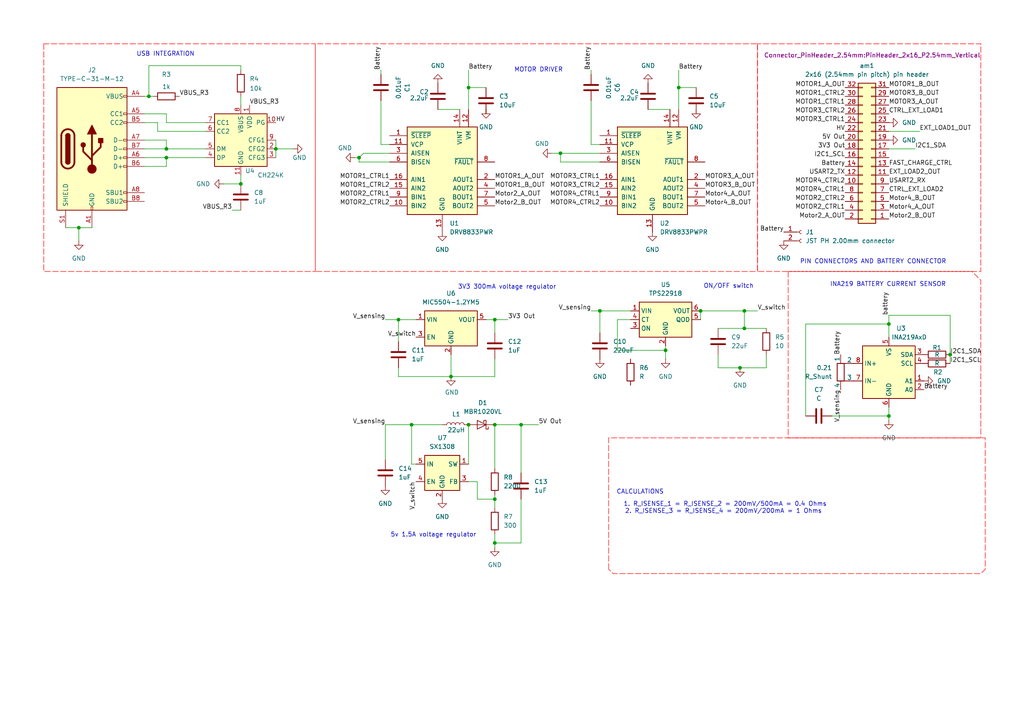
<source format=kicad_sch>
(kicad_sch (version 20250114) (generator "eeschema") (generator_version "9.0")
  (paper "A4")
  (title_block (title "MM Power PCB") (date "2025-03-23") (rev "v0") (comment 3 "Student Numbers: TRKJON002 & MTMTAD006") (comment 4 "Authors: Jonathan Tirkaso & Tadala Mitumbili "))
  (lib_symbols
    (symbol "Connector:Conn_01x02_Socket" (pin_names (offset 1.016) (hide yes))
      (property "Reference" "J" (at 0 2.54 0))
      (property "Value" "Conn_01x02_Socket" (at 0 -5.08 0))
      (symbol "Conn_01x02_Socket_1_1"
        (polyline (pts (xy -1.27 0) (xy -0.508 0)) (stroke (width 0.1524)))
        (polyline (pts (xy -1.27 -2.54) (xy -0.508 -2.54)) (stroke (width 0.1524)))
        (arc (start 0 -0.508) (mid -0.5058 0) (end 0 0.508) (stroke (width 0.1524)))
        (arc (start 0 -3.048) (mid -0.5058 -2.54) (end 0 -2.032) (stroke (width 0.1524)))
        (pin passive line (at -5.08 0 0) (length 3.81) (name "Pin_1") (number "1"))
        (pin passive line (at -5.08 -2.54 0) (length 3.81) (name "Pin_2") (number "2"))
      )
    )
    (symbol "Connector:USB_C_Receptacle_USB2.0_16P" (pin_names (offset 1.016))
      (property "Reference" "J" (at 0 22.225 0))
      (property "Value" "USB_C_Receptacle_USB2.0_16P" (at 0 19.685 0))
      (symbol "USB_C_Receptacle_USB2.0_16P_0_0"
        (rectangle (start -0.254 -17.78) (end 0.254 -16.764))
        (rectangle (start 10.16 15.494) (end 9.144 14.986))
        (rectangle (start 10.16 10.414) (end 9.144 9.906))
        (rectangle (start 10.16 7.874) (end 9.144 7.366))
        (rectangle (start 10.16 2.794) (end 9.144 2.286))
        (rectangle (start 10.16 0.254) (end 9.144 -0.254))
        (rectangle (start 10.16 -2.286) (end 9.144 -2.794))
        (rectangle (start 10.16 -4.826) (end 9.144 -5.334))
        (rectangle (start 10.16 -12.446) (end 9.144 -12.954))
        (rectangle (start 10.16 -14.986) (end 9.144 -15.494))
      )
      (symbol "USB_C_Receptacle_USB2.0_16P_0_1"
        (rectangle (start -10.16 17.78) (end 10.16 -17.78) (stroke (width 0.254)) (fill (type background)))
        (polyline (pts (xy -8.89 -3.81) (xy -8.89 3.81)) (stroke (width 0.508)))
        (rectangle (start -7.62 -3.81) (end -6.35 3.81) (stroke (width 0.254)) (fill (type outline)))
        (arc (start -7.62 3.81) (mid -6.985 4.4423) (end -6.35 3.81) (stroke (width 0.254)))
        (arc (start -7.62 3.81) (mid -6.985 4.4423) (end -6.35 3.81) (stroke (width 0.254)) (fill (type outline)))
        (arc (start -8.89 3.81) (mid -6.985 5.7067) (end -5.08 3.81) (stroke (width 0.508)))
        (arc (start -5.08 -3.81) (mid -6.985 -5.7067) (end -8.89 -3.81) (stroke (width 0.508)))
        (arc (start -6.35 -3.81) (mid -6.985 -4.4423) (end -7.62 -3.81) (stroke (width 0.254)))
        (arc (start -6.35 -3.81) (mid -6.985 -4.4423) (end -7.62 -3.81) (stroke (width 0.254)) (fill (type outline)))
        (polyline (pts (xy -5.08 3.81) (xy -5.08 -3.81)) (stroke (width 0.508)))
        (circle (center -2.54 1.143) (radius 0.635) (stroke (width 0.254)) (fill (type outline)))
        (polyline (pts (xy -1.27 4.318) (xy 0 6.858) (xy 1.27 4.318) (xy -1.27 4.318)) (stroke (width 0.254)) (fill (type outline)))
        (polyline (pts (xy 0 -2.032) (xy 2.54 0.508) (xy 2.54 1.778)) (stroke (width 0.508)))
        (polyline (pts (xy 0 -3.302) (xy -2.54 -0.762) (xy -2.54 0.508)) (stroke (width 0.508)))
        (polyline (pts (xy 0 -5.842) (xy 0 4.318)) (stroke (width 0.508)))
        (circle (center 0 -5.842) (radius 1.27) (fill (type outline)))
        (rectangle (start 1.905 1.778) (end 3.175 3.048) (stroke (width 0.254)) (fill (type outline)))
      )
      (symbol "USB_C_Receptacle_USB2.0_16P_1_1"
        (pin passive line (at -7.62 -22.86 90) (length 5.08) (name "SHIELD") (number "S1"))
        (pin passive line (at 0 -22.86 90) (length 5.08) (name "GND") (number "A1"))
        (pin passive line (at 0 -22.86 90) (length 5.08) (hide yes) (name "GND") (number "A12"))
        (pin passive line (at 0 -22.86 90) (length 5.08) (hide yes) (name "GND") (number "B1"))
        (pin passive line (at 0 -22.86 90) (length 5.08) (hide yes) (name "GND") (number "B12"))
        (pin passive line (at 15.24 15.24 180) (length 5.08) (name "VBUS") (number "A4"))
        (pin passive line (at 15.24 15.24 180) (length 5.08) (hide yes) (name "VBUS") (number "A9"))
        (pin passive line (at 15.24 15.24 180) (length 5.08) (hide yes) (name "VBUS") (number "B4"))
        (pin passive line (at 15.24 15.24 180) (length 5.08) (hide yes) (name "VBUS") (number "B9"))
        (pin bidirectional line (at 15.24 10.16 180) (length 5.08) (name "CC1") (number "A5"))
        (pin bidirectional line (at 15.24 7.62 180) (length 5.08) (name "CC2") (number "B5"))
        (pin bidirectional line (at 15.24 2.54 180) (length 5.08) (name "D-") (number "A7"))
        (pin bidirectional line (at 15.24 0 180) (length 5.08) (name "D-") (number "B7"))
        (pin bidirectional line (at 15.24 -2.54 180) (length 5.08) (name "D+") (number "A6"))
        (pin bidirectional line (at 15.24 -5.08 180) (length 5.08) (name "D+") (number "B6"))
        (pin bidirectional line (at 15.24 -12.7 180) (length 5.08) (name "SBU1") (number "A8"))
        (pin bidirectional line (at 15.24 -15.24 180) (length 5.08) (name "SBU2") (number "B8"))
      )
    )
    (symbol "Connector_Generic:Conn_02x16_Odd_Even" (pin_names (offset 1.016) (hide yes))
      (property "Reference" "J" (at 1.27 20.32 0))
      (property "Value" "Conn_02x16_Odd_Even" (at 1.27 -22.86 0))
      (symbol "Conn_02x16_Odd_Even_1_1"
        (rectangle (start -1.27 19.05) (end 3.81 -21.59) (stroke (width 0.254)) (fill (type background)))
        (rectangle (start -1.27 17.907) (end 0 17.653) (stroke (width 0.1524)))
        (rectangle (start -1.27 15.367) (end 0 15.113) (stroke (width 0.1524)))
        (rectangle (start -1.27 12.827) (end 0 12.573) (stroke (width 0.1524)))
        (rectangle (start -1.27 10.287) (end 0 10.033) (stroke (width 0.1524)))
        (rectangle (start -1.27 7.747) (end 0 7.493) (stroke (width 0.1524)))
        (rectangle (start -1.27 5.207) (end 0 4.953) (stroke (width 0.1524)))
        (rectangle (start -1.27 2.667) (end 0 2.413) (stroke (width 0.1524)))
        (rectangle (start -1.27 0.127) (end 0 -0.127) (stroke (width 0.1524)))
        (rectangle (start -1.27 -2.413) (end 0 -2.667) (stroke (width 0.1524)))
        (rectangle (start -1.27 -4.953) (end 0 -5.207) (stroke (width 0.1524)))
        (rectangle (start -1.27 -7.493) (end 0 -7.747) (stroke (width 0.1524)))
        (rectangle (start -1.27 -10.033) (end 0 -10.287) (stroke (width 0.1524)))
        (rectangle (start -1.27 -12.573) (end 0 -12.827) (stroke (width 0.1524)))
        (rectangle (start -1.27 -15.113) (end 0 -15.367) (stroke (width 0.1524)))
        (rectangle (start -1.27 -17.653) (end 0 -17.907) (stroke (width 0.1524)))
        (rectangle (start -1.27 -20.193) (end 0 -20.447) (stroke (width 0.1524)))
        (rectangle (start 3.81 17.907) (end 2.54 17.653) (stroke (width 0.1524)))
        (rectangle (start 3.81 15.367) (end 2.54 15.113) (stroke (width 0.1524)))
        (rectangle (start 3.81 12.827) (end 2.54 12.573) (stroke (width 0.1524)))
        (rectangle (start 3.81 10.287) (end 2.54 10.033) (stroke (width 0.1524)))
        (rectangle (start 3.81 7.747) (end 2.54 7.493) (stroke (width 0.1524)))
        (rectangle (start 3.81 5.207) (end 2.54 4.953) (stroke (width 0.1524)))
        (rectangle (start 3.81 2.667) (end 2.54 2.413) (stroke (width 0.1524)))
        (rectangle (start 3.81 0.127) (end 2.54 -0.127) (stroke (width 0.1524)))
        (rectangle (start 3.81 -2.413) (end 2.54 -2.667) (stroke (width 0.1524)))
        (rectangle (start 3.81 -4.953) (end 2.54 -5.207) (stroke (width 0.1524)))
        (rectangle (start 3.81 -7.493) (end 2.54 -7.747) (stroke (width 0.1524)))
        (rectangle (start 3.81 -10.033) (end 2.54 -10.287) (stroke (width 0.1524)))
        (rectangle (start 3.81 -12.573) (end 2.54 -12.827) (stroke (width 0.1524)))
        (rectangle (start 3.81 -15.113) (end 2.54 -15.367) (stroke (width 0.1524)))
        (rectangle (start 3.81 -17.653) (end 2.54 -17.907) (stroke (width 0.1524)))
        (rectangle (start 3.81 -20.193) (end 2.54 -20.447) (stroke (width 0.1524)))
        (pin passive line (at -5.08 17.78 0) (length 3.81) (name "Pin_1") (number "1"))
        (pin passive line (at -5.08 15.24 0) (length 3.81) (name "Pin_3") (number "3"))
        (pin passive line (at -5.08 12.7 0) (length 3.81) (name "Pin_5") (number "5"))
        (pin passive line (at -5.08 10.16 0) (length 3.81) (name "Pin_7") (number "7"))
        (pin passive line (at -5.08 7.62 0) (length 3.81) (name "Pin_9") (number "9"))
        (pin passive line (at -5.08 5.08 0) (length 3.81) (name "Pin_11") (number "11"))
        (pin passive line (at -5.08 2.54 0) (length 3.81) (name "Pin_13") (number "13"))
        (pin passive line (at -5.08 0 0) (length 3.81) (name "Pin_15") (number "15"))
        (pin passive line (at -5.08 -2.54 0) (length 3.81) (name "Pin_17") (number "17"))
        (pin passive line (at -5.08 -5.08 0) (length 3.81) (name "Pin_19") (number "19"))
        (pin passive line (at -5.08 -7.62 0) (length 3.81) (name "Pin_21") (number "21"))
        (pin passive line (at -5.08 -10.16 0) (length 3.81) (name "Pin_23") (number "23"))
        (pin passive line (at -5.08 -12.7 0) (length 3.81) (name "Pin_25") (number "25"))
        (pin passive line (at -5.08 -15.24 0) (length 3.81) (name "Pin_27") (number "27"))
        (pin passive line (at -5.08 -17.78 0) (length 3.81) (name "Pin_29") (number "29"))
        (pin passive line (at -5.08 -20.32 0) (length 3.81) (name "Pin_31") (number "31"))
        (pin passive line (at 7.62 17.78 180) (length 3.81) (name "Pin_2") (number "2"))
        (pin passive line (at 7.62 15.24 180) (length 3.81) (name "Pin_4") (number "4"))
        (pin passive line (at 7.62 12.7 180) (length 3.81) (name "Pin_6") (number "6"))
        (pin passive line (at 7.62 10.16 180) (length 3.81) (name "Pin_8") (number "8"))
        (pin passive line (at 7.62 7.62 180) (length 3.81) (name "Pin_10") (number "10"))
        (pin passive line (at 7.62 5.08 180) (length 3.81) (name "Pin_12") (number "12"))
        (pin passive line (at 7.62 2.54 180) (length 3.81) (name "Pin_14") (number "14"))
        (pin passive line (at 7.62 0 180) (length 3.81) (name "Pin_16") (number "16"))
        (pin passive line (at 7.62 -2.54 180) (length 3.81) (name "Pin_18") (number "18"))
        (pin passive line (at 7.62 -5.08 180) (length 3.81) (name "Pin_20") (number "20"))
        (pin passive line (at 7.62 -7.62 180) (length 3.81) (name "Pin_22") (number "22"))
        (pin passive line (at 7.62 -10.16 180) (length 3.81) (name "Pin_24") (number "24"))
        (pin passive line (at 7.62 -12.7 180) (length 3.81) (name "Pin_26") (number "26"))
        (pin passive line (at 7.62 -15.24 180) (length 3.81) (name "Pin_28") (number "28"))
        (pin passive line (at 7.62 -17.78 180) (length 3.81) (name "Pin_30") (number "30"))
        (pin passive line (at 7.62 -20.32 180) (length 3.81) (name "Pin_32") (number "32"))
      )
    )
    (symbol "Device:C" (pin_numbers (hide yes)) (pin_names (offset 0.254))
      (property "Reference" "C" (at 0.635 2.54 0))
      (property "Value" "C" (at 0.635 -2.54 0))
      (symbol "C_0_1"
        (polyline (pts (xy -2.032 0.762) (xy 2.032 0.762)) (stroke (width 0.508)))
        (polyline (pts (xy -2.032 -0.762) (xy 2.032 -0.762)) (stroke (width 0.508)))
      )
      (symbol "C_1_1"
        (pin passive line (at 0 3.81 270) (length 2.794) (name "~") (number "1"))
        (pin passive line (at 0 -3.81 90) (length 2.794) (name "~") (number "2"))
      )
    )
    (symbol "Device:L" (pin_numbers (hide yes)) (pin_names (offset 1.016) (hide yes))
      (property "Reference" "L" (at -1.27 0 90))
      (property "Value" "L" (at 1.905 0 90))
      (symbol "L_0_1"
        (arc (start 0 2.54) (mid 0.6323 1.905) (end 0 1.27))
        (arc (start 0 1.27) (mid 0.6323 0.635) (end 0 0))
        (arc (start 0 0) (mid 0.6323 -0.635) (end 0 -1.27))
        (arc (start 0 -1.27) (mid 0.6323 -1.905) (end 0 -2.54))
      )
      (symbol "L_1_1"
        (pin passive line (at 0 3.81 270) (length 1.27) (name "1") (number "1"))
        (pin passive line (at 0 -3.81 90) (length 1.27) (name "2") (number "2"))
      )
    )
    (symbol "Device:R" (pin_numbers (hide yes)) (pin_names (offset 0))
      (property "Reference" "R" (at 2.032 0 90))
      (property "Value" "R" (at 0 0 90))
      (symbol "R_0_1"
        (rectangle (start -1.016 -2.54) (end 1.016 2.54) (stroke (width 0.254)))
      )
      (symbol "R_1_1"
        (pin passive line (at 0 3.81 270) (length 1.27) (name "~") (number "1"))
        (pin passive line (at 0 -3.81 90) (length 1.27) (name "~") (number "2"))
      )
    )
    (symbol "Device:R_Shunt" (pin_numbers (hide yes)) (pin_names (offset 0))
      (property "Reference" "R" (at -4.445 0 90))
      (property "Value" "R_Shunt" (at -2.54 0 90))
      (symbol "R_Shunt_0_1"
        (rectangle (start -1.016 -2.54) (end 1.016 2.54) (stroke (width 0.254)))
        (polyline (pts (xy 0 -2.54) (xy 1.27 -2.54)))
        (polyline (pts (xy 1.27 2.54) (xy 0 2.54)))
      )
      (symbol "R_Shunt_1_1"
        (pin passive line (at 0 5.08 270) (length 2.54) (name "1") (number "1"))
        (pin passive line (at 0 -5.08 90) (length 2.54) (name "4") (number "4"))
        (pin passive line (at 3.81 2.54 180) (length 2.54) (name "2") (number "2"))
        (pin passive line (at 3.81 -2.54 180) (length 2.54) (name "3") (number "3"))
      )
    )
    (symbol "Diode:MBR1020VL" (pin_numbers (hide yes)) (pin_names (hide yes))
      (property "Reference" "D" (at 0 2.54 0))
      (property "Value" "MBR1020VL" (at 0 -2.54 0))
      (symbol "MBR1020VL_0_1"
        (polyline (pts (xy -1.905 0.635) (xy -1.905 1.27) (xy -1.27 1.27) (xy -1.27 -1.27) (xy -0.635 -1.27) (xy -0.635 -0.635)) (stroke (width 0.2032)))
        (polyline (pts (xy 1.27 1.27) (xy 1.27 -1.27) (xy -1.27 0) (xy 1.27 1.27)) (stroke (width 0.2032)))
        (polyline (pts (xy 1.27 0) (xy -1.27 0)))
      )
      (symbol "MBR1020VL_1_1"
        (pin passive line (at -3.81 0 0) (length 2.54) (name "K") (number "1"))
        (pin passive line (at 3.81 0 180) (length 2.54) (name "A") (number "2"))
      )
    )
    (symbol "Driver_Motor:DRV8833PWP" (pin_names (offset 1.016))
      (property "Reference" "U" (at -3.81 16.51 0))
      (property "Value" "DRV8833PWP" (at -3.81 13.97 0))
      (symbol "DRV8833PWP_0_1"
        (rectangle (start -10.16 12.7) (end 10.16 -12.7) (stroke (width 0.254)) (fill (type background)))
      )
      (symbol "DRV8833PWP_1_1"
        (pin input line (at -15.24 10.16 0) (length 5.08) (name "~{SLEEP}") (number "1"))
        (pin bidirectional line (at -15.24 7.62 0) (length 5.08) (name "VCP") (number "11"))
        (pin bidirectional line (at -15.24 5.08 0) (length 5.08) (name "AISEN") (number "3"))
        (pin bidirectional line (at -15.24 2.54 0) (length 5.08) (name "BISEN") (number "6"))
        (pin input line (at -15.24 -2.54 0) (length 5.08) (name "AIN1") (number "16"))
        (pin input line (at -15.24 -5.08 0) (length 5.08) (name "AIN2") (number "15"))
        (pin input line (at -15.24 -7.62 0) (length 5.08) (name "BIN1") (number "9"))
        (pin input line (at -15.24 -10.16 0) (length 5.08) (name "BIN2") (number "10"))
        (pin power_in line (at 0 -17.78 90) (length 5.08) (name "GND") (number "13"))
        (pin passive line (at 0 -17.78 90) (length 5.08) (hide yes) (name "GND") (number "17"))
        (pin power_in line (at 5.08 17.78 270) (length 5.08) (name "VINT") (number "14"))
        (pin power_in line (at 7.62 17.78 270) (length 5.08) (name "VM") (number "12"))
        (pin open_collector line (at 15.24 2.54 180) (length 5.08) (name "~{FAULT}") (number "8"))
        (pin power_out line (at 15.24 -2.54 180) (length 5.08) (name "AOUT1") (number "2"))
        (pin power_out line (at 15.24 -5.08 180) (length 5.08) (name "AOUT2") (number "4"))
        (pin power_out line (at 15.24 -7.62 180) (length 5.08) (name "BOUT1") (number "7"))
        (pin power_out line (at 15.24 -10.16 180) (length 5.08) (name "BOUT2") (number "5"))
      )
    )
    (symbol "Interface_USB:CH224K"
      (property "Reference" "U" (at -7.874 -8.89 0))
      (property "Value" "CH224K" (at 3.048 -8.89 0))
      (symbol "CH224K_1_1"
        (rectangle (start -7.62 7.62) (end 7.62 -7.62) (stroke (width 0.254)) (fill (type background)))
        (pin bidirectional line (at -10.16 5.08 0) (length 2.54) (name "CC1") (number "7"))
        (pin bidirectional line (at -10.16 2.54 0) (length 2.54) (name "CC2") (number "6"))
        (pin bidirectional line (at -10.16 -2.54 0) (length 2.54) (name "DM") (number "5"))
        (pin bidirectional line (at -10.16 -5.08 0) (length 2.54) (name "DP") (number "4"))
        (pin passive line (at 0 10.16 270) (length 2.54) (name "VBUS") (number "8"))
        (pin power_in line (at 0 -10.16 90) (length 2.54) (name "GND") (number "11"))
        (pin power_in line (at 2.54 10.16 270) (length 2.54) (name "VDD") (number "1"))
        (pin open_collector line (at 10.16 5.08 180) (length 2.54) (name "PG") (number "10"))
        (pin passive line (at 10.16 0 180) (length 2.54) (name "CFG1") (number "9"))
        (pin passive line (at 10.16 -2.54 180) (length 2.54) (name "CFG2") (number "2"))
        (pin passive line (at 10.16 -5.08 180) (length 2.54) (name "CFG3") (number "3"))
      )
    )
    (symbol "Power_Management:TPS22917DBV"
      (property "Reference" "U" (at -6.35 6.35 0))
      (property "Value" "TPS22917DBV" (at 2.54 6.35 0))
      (symbol "TPS22917DBV_0_1"
        (rectangle (start -7.62 5.08) (end 7.62 -5.08) (stroke (width 0.254)) (fill (type background)))
      )
      (symbol "TPS22917DBV_1_1"
        (pin power_in line (at -10.16 2.54 0) (length 2.54) (name "VIN") (number "1"))
        (pin output line (at -10.16 0 0) (length 2.54) (name "CT") (number "4"))
        (pin input line (at -10.16 -2.54 0) (length 2.54) (name "ON") (number "3"))
        (pin power_in line (at 0 -7.62 90) (length 2.54) (name "GND") (number "2"))
        (pin power_out line (at 10.16 2.54 180) (length 2.54) (name "VOUT") (number "6"))
        (pin open_collector line (at 10.16 0 180) (length 2.54) (name "QOD") (number "5"))
      )
    )
    (symbol "Regulator_Linear:MIC5504-1.2YM5"
      (property "Reference" "U" (at -7.62 8.89 0))
      (property "Value" "MIC5504-1.2YM5" (at -7.62 6.35 0))
      (symbol "MIC5504-1.2YM5_0_1"
        (rectangle (start -7.62 -5.08) (end 7.62 5.08) (stroke (width 0.254)) (fill (type background)))
      )
      (symbol "MIC5504-1.2YM5_1_1"
        (pin power_in line (at -10.16 2.54 0) (length 2.54) (name "VIN") (number "1"))
        (pin input line (at -10.16 -2.54 0) (length 2.54) (name "EN") (number "3"))
        (pin power_in line (at 0 -7.62 90) (length 2.54) (name "GND") (number "2"))
        (pin no_connect line (at 7.62 -2.54 180) (length 2.54) (hide yes) (name "NC") (number "4"))
        (pin power_out line (at 10.16 2.54 180) (length 2.54) (name "VOUT") (number "5"))
      )
    )
    (symbol "Regulator_Switching:MT3608"
      (property "Reference" "U" (at -2.54 8.89 0))
      (property "Value" "MT3608" (at -3.81 6.35 0))
      (symbol "MT3608_0_1"
        (rectangle (start -5.08 5.08) (end 5.08 -5.08) (stroke (width 0.254)) (fill (type background)))
      )
      (symbol "MT3608_1_1"
        (pin power_in line (at -7.62 2.54 0) (length 2.54) (name "IN") (number "5"))
        (pin input line (at -7.62 -2.54 0) (length 2.54) (name "EN") (number "4"))
        (pin power_in line (at 0 -7.62 90) (length 2.54) (name "GND") (number "2"))
        (pin no_connect line (at 5.08 0 180) (length 2.54) (hide yes) (name "NC") (number "6"))
        (pin passive line (at 7.62 2.54 180) (length 2.54) (name "SW") (number "1"))
        (pin input line (at 7.62 -2.54 180) (length 2.54) (name "FB") (number "3"))
      )
    )
    (symbol "Sensor_Energy:INA219AxD"
      (property "Reference" "U" (at -6.35 8.89 0))
      (property "Value" "INA219AxD" (at 5.08 8.89 0))
      (symbol "INA219AxD_0_1"
        (rectangle (start -7.62 7.62) (end 7.62 -7.62) (stroke (width 0.254)) (fill (type background)))
      )
      (symbol "INA219AxD_1_1"
        (pin input line (at -10.16 2.54 0) (length 2.54) (name "IN+") (number "8"))
        (pin input line (at -10.16 -2.54 0) (length 2.54) (name "IN-") (number "7"))
        (pin power_in line (at 0 10.16 270) (length 2.54) (name "VS") (number "5"))
        (pin power_in line (at 0 -10.16 90) (length 2.54) (name "GND") (number "6"))
        (pin bidirectional line (at 10.16 5.08 180) (length 2.54) (name "SDA") (number "3"))
        (pin input line (at 10.16 2.54 180) (length 2.54) (name "SCL") (number "4"))
        (pin input line (at 10.16 -2.54 180) (length 2.54) (name "A1") (number "1"))
        (pin input line (at 10.16 -5.08 180) (length 2.54) (name "A0") (number "2"))
      )
    )
    (symbol "power:GND" (power) (pin_numbers (hide yes)) (pin_names (offset 0) (hide yes))
      (property "Value" "GND" (at 0 -3.81 0))
      (symbol "GND_0_1"
        (polyline (pts (xy 0 0) (xy 0 -1.27) (xy 1.27 -1.27) (xy 0 -2.54) (xy -1.27 -1.27) (xy 0 -1.27)))
      )
      (symbol "GND_1_1"
        (pin power_in line (at 0 0 270) (length 0) (name "~") (number "1"))
      )
    )
  )
  (text "PIN CONNECTORS AND BATTERY CONNECTOR" (exclude_from_sim yes) (at 253.238 75.946 0) (effects (font (size 1.27 1.27))))
  (text "INA219 BATTERY CURRENT SENSOR" (exclude_from_sim yes) (at 257.556 82.55 0) (effects (font (size 1.27 1.27))))
  (text "USB INTEGRATION" (at 48.006 15.748 0) (effects (font (size 1.27 1.27))))
  (text "1. R_ISENSE_1 = R_ISENSE_2 = 200mV/500mA = 0.4 Ohms\n2. R_ISENSE_3 = R_ISENSE_4 = 200mV/200mA = 1 Ohms " (at 210.312 147.32 0) (effects (font (size 1.27 1.27))))
  (text "MOTOR DRIVER\n" (at 156.21 20.32 0) (effects (font (size 1.27 1.27))))
  (text "CALCULATIONS" (at 185.674 142.748 0) (effects (font (size 1.27 1.27))))
  (text "ON/OFF switch " (exclude_from_sim yes) (at 211.836 83.058 0) (effects (font (size 1.27 1.27))))
  (text "3V3 300mA voltage regulator" (exclude_from_sim yes) (at 147.066 83.312 0) (effects (font (size 1.27 1.27))))
  (text "5v 1.5A voltage regulator" (exclude_from_sim yes) (at 125.73 155.194 0) (effects (font (size 1.27 1.27))))
  (junction (at 130.81 109.22))
  (junction (at 43.18 27.94))
  (junction (at 257.81 120.65))
  (junction (at 173.99 90.17))
  (junction (at 135.89 25.4))
  (junction (at 143.51 92.71))
  (junction (at 215.9 95.25))
  (junction (at 143.51 123.19))
  (junction (at 162.56 44.45))
  (junction (at 48.26 45.72))
  (junction (at 275.59 102.87))
  (junction (at 196.85 25.4))
  (junction (at 193.04 101.6))
  (junction (at 215.9 90.17))
  (junction (at 203.2 90.17))
  (junction (at 115.57 92.71))
  (junction (at 257.81 93.98))
  (junction (at 48.26 43.18))
  (junction (at 80.01 43.18))
  (junction (at 143.51 144.78))
  (junction (at 214.63 106.68))
  (junction (at 104.14 45.72))
  (junction (at 22.86 66.04))
  (junction (at 143.51 157.48))
  (junction (at 151.13 123.19))
  (junction (at 135.89 123.19))
  (junction (at 119.38 123.19))
  (junction (at 69.85 53.34))
  (wire (pts (xy 80.01 43.18) (xy 85.09 43.18)))
  (wire (pts (xy 196.85 25.4) (xy 196.85 31.75)))
  (wire (pts (xy 135.89 25.4) (xy 135.89 31.75)))
  (wire (pts (xy 241.3 120.65) (xy 257.81 120.65)))
  (wire (pts (xy 208.28 95.25) (xy 215.9 95.25)))
  (wire (pts (xy 160.02 44.45) (xy 162.56 44.45)))
  (wire (pts (xy 171.45 41.91) (xy 173.99 41.91)))
  (wire (pts (xy 135.89 25.4) (xy 140.97 25.4)))
  (wire (pts (xy 233.68 120.65) (xy 233.68 93.98)))
  (wire (pts (xy 140.97 33.02) (xy 140.97 31.75)))
  (wire (pts (xy 208.28 102.87) (xy 208.28 106.68)))
  (wire (pts (xy 193.04 100.33) (xy 193.04 101.6)))
  (wire (pts (xy 151.13 157.48) (xy 143.51 157.48)))
  (wire (pts (xy 143.51 143.51) (xy 143.51 144.78)))
  (wire (pts (xy 115.57 92.71) (xy 120.65 92.71)))
  (wire (pts (xy 19.05 66.04) (xy 22.86 66.04)))
  (wire (pts (xy 135.89 20.32) (xy 135.89 25.4)))
  (wire (pts (xy 208.28 106.68) (xy 214.63 106.68)))
  (wire (pts (xy 127 31.75) (xy 133.35 31.75)))
  (wire (pts (xy 41.91 27.94) (xy 43.18 27.94)))
  (wire (pts (xy 48.26 45.72) (xy 59.69 45.72)))
  (wire (pts (xy 110.49 20.32) (xy 110.49 21.59)))
  (wire (pts (xy 171.45 29.21) (xy 171.45 41.91)))
  (wire (pts (xy 130.81 109.22) (xy 115.57 109.22)))
  (wire (pts (xy 171.45 90.17) (xy 173.99 90.17)))
  (wire (pts (xy 48.26 40.64) (xy 48.26 43.18)))
  (wire (pts (xy 162.56 46.99) (xy 173.99 46.99)))
  (wire (pts (xy 26.67 66.04) (xy 22.86 66.04)))
  (wire (pts (xy 138.43 139.7) (xy 138.43 144.78)))
  (wire (pts (xy 111.76 123.19) (xy 119.38 123.19)))
  (wire (pts (xy 69.85 19.05) (xy 69.85 20.32)))
  (wire (pts (xy 179.07 92.71) (xy 179.07 101.6)))
  (wire (pts (xy 143.51 92.71) (xy 147.32 92.71)))
  (wire (pts (xy 215.9 95.25) (xy 222.25 95.25)))
  (wire (pts (xy 48.26 33.02) (xy 48.26 35.56)))
  (wire (pts (xy 162.56 44.45) (xy 173.99 44.45)))
  (wire (pts (xy 151.13 144.78) (xy 151.13 157.48)))
  (wire (pts (xy 143.51 92.71) (xy 140.97 92.71)))
  (wire (pts (xy 115.57 109.22) (xy 115.57 106.68)))
  (wire (pts (xy 22.86 66.04) (xy 22.86 69.85)))
  (wire (pts (xy 41.91 33.02) (xy 48.26 33.02)))
  (wire (pts (xy 215.9 90.17) (xy 203.2 90.17)))
  (wire (pts (xy 143.51 104.14) (xy 143.51 109.22)))
  (wire (pts (xy 265.43 43.18) (xy 257.81 43.18)))
  (wire (pts (xy 143.51 96.52) (xy 143.51 92.71)))
  (wire (pts (xy 162.56 44.45) (xy 162.56 46.99)))
  (wire (pts (xy 48.26 43.18) (xy 59.69 43.18)))
  (wire (pts (xy 119.38 123.19) (xy 119.38 134.62)))
  (wire (pts (xy 233.68 93.98) (xy 257.81 93.98)))
  (wire (pts (xy 222.25 106.68) (xy 222.25 102.87)))
  (wire (pts (xy 67.31 60.96) (xy 69.85 60.96)))
  (wire (pts (xy 45.72 38.1) (xy 59.69 38.1)))
  (wire (pts (xy 196.85 25.4) (xy 201.93 25.4)))
  (wire (pts (xy 275.59 102.87) (xy 275.59 91.44)))
  (wire (pts (xy 173.99 90.17) (xy 173.99 96.52)))
  (wire (pts (xy 215.9 90.17) (xy 219.71 90.17)))
  (wire (pts (xy 69.85 53.34) (xy 64.77 53.34)))
  (wire (pts (xy 257.81 118.11) (xy 257.81 120.65)))
  (wire (pts (xy 257.81 120.65) (xy 257.81 121.92)))
  (wire (pts (xy 41.91 48.26) (xy 48.26 48.26)))
  (wire (pts (xy 105.41 44.45) (xy 104.14 45.72)))
  (wire (pts (xy 115.57 92.71) (xy 115.57 99.06)))
  (wire (pts (xy 104.14 46.99) (xy 113.03 46.99)))
  (wire (pts (xy 143.51 123.19) (xy 143.51 135.89)))
  (wire (pts (xy 48.26 48.26) (xy 48.26 45.72)))
  (wire (pts (xy 143.51 109.22) (xy 130.81 109.22)))
  (wire (pts (xy 193.04 101.6) (xy 193.04 104.14)))
  (wire (pts (xy 102.87 45.72) (xy 104.14 45.72)))
  (wire (pts (xy 203.2 90.17) (xy 203.2 92.71)))
  (wire (pts (xy 171.45 20.32) (xy 171.45 21.59)))
  (wire (pts (xy 266.7 38.1) (xy 257.81 38.1)))
  (wire (pts (xy 45.72 35.56) (xy 45.72 38.1)))
  (wire (pts (xy 257.81 91.44) (xy 257.81 93.98)))
  (wire (pts (xy 182.88 92.71) (xy 179.07 92.71)))
  (wire (pts (xy 215.9 95.25) (xy 215.9 90.17)))
  (wire (pts (xy 41.91 35.56) (xy 45.72 35.56)))
  (wire (pts (xy 151.13 123.19) (xy 143.51 123.19)))
  (wire (pts (xy 179.07 101.6) (xy 193.04 101.6)))
  (wire (pts (xy 41.91 40.64) (xy 48.26 40.64)))
  (wire (pts (xy 151.13 123.19) (xy 156.21 123.19)))
  (wire (pts (xy 135.89 123.19) (xy 135.89 134.62)))
  (wire (pts (xy 110.49 29.21) (xy 110.49 41.91)))
  (wire (pts (xy 43.18 27.94) (xy 44.45 27.94)))
  (wire (pts (xy 80.01 43.18) (xy 80.01 45.72)))
  (wire (pts (xy 214.63 106.68) (xy 222.25 106.68)))
  (wire (pts (xy 69.85 27.94) (xy 69.85 30.48)))
  (wire (pts (xy 135.89 139.7) (xy 138.43 139.7)))
  (wire (pts (xy 201.93 33.02) (xy 201.93 31.75)))
  (wire (pts (xy 143.51 144.78) (xy 143.51 147.32)))
  (wire (pts (xy 119.38 134.62) (xy 120.65 134.62)))
  (wire (pts (xy 138.43 144.78) (xy 143.51 144.78)))
  (wire (pts (xy 275.59 91.44) (xy 257.81 91.44)))
  (wire (pts (xy 173.99 90.17) (xy 182.88 90.17)))
  (wire (pts (xy 41.91 43.18) (xy 48.26 43.18)))
  (wire (pts (xy 80.01 40.64) (xy 80.01 43.18)))
  (wire (pts (xy 48.26 35.56) (xy 59.69 35.56)))
  (wire (pts (xy 69.85 53.34) (xy 69.85 50.8)))
  (wire (pts (xy 187.96 31.75) (xy 194.31 31.75)))
  (wire (pts (xy 110.49 41.91) (xy 113.03 41.91)))
  (wire (pts (xy 143.51 154.94) (xy 143.51 157.48)))
  (wire (pts (xy 69.85 19.05) (xy 43.18 19.05)))
  (wire (pts (xy 143.51 157.48) (xy 143.51 158.75)))
  (wire (pts (xy 196.85 20.32) (xy 196.85 25.4)))
  (wire (pts (xy 275.59 102.87) (xy 275.59 105.41)))
  (wire (pts (xy 43.18 19.05) (xy 43.18 27.94)))
  (wire (pts (xy 41.91 45.72) (xy 48.26 45.72)))
  (wire (pts (xy 257.81 93.98) (xy 257.81 97.79)))
  (wire (pts (xy 105.41 44.45) (xy 113.03 44.45)))
  (wire (pts (xy 111.76 92.71) (xy 115.57 92.71)))
  (wire (pts (xy 130.81 102.87) (xy 130.81 109.22)))
  (wire (pts (xy 104.14 45.72) (xy 104.14 46.99)))
  (wire (pts (xy 119.38 123.19) (xy 128.27 123.19)))
  (wire (pts (xy 151.13 123.19) (xy 151.13 137.16)))
  (wire (pts (xy 111.76 123.19) (xy 111.76 133.35)))
  (label "V_sensing" (at 111.76 92.71 180))
  (label "MOTOR3_A_OUT" (at 204.47 52.07 0))
  (label "MOTOR1_B_OUT" (at 143.51 54.61 0))
  (label "USART2_RX" (at 257.81 53.34 0))
  (label "MOTOR2_CTRL1" (at 113.03 57.15 180))
  (label "HV" (at 80.01 35.56 0))
  (label "Battery" (at 171.45 20.32 90))
  (label "I2C1_SDA" (at 265.43 43.18 0))
  (label "V_sensing" (at 111.76 123.19 180))
  (label "Motor2_B_OUT" (at 257.81 63.5 0))
  (label "EXT_LOAD1_OUT" (at 266.7 38.1 0))
  (label "5V Out" (at 245.11 40.64 180))
  (label "Battery" (at 196.85 20.32 0))
  (label "Battery" (at 267.97 113.03 0))
  (label "MOTOR4_CTRL1" (at 173.99 57.15 180))
  (label "3V3 Out" (at 147.32 92.71 0))
  (label "3V3 Out" (at 245.11 43.18 180))
  (label "Motor2_B_OUT" (at 143.51 59.69 0))
  (label "VBUS_R3" (at 52.07 27.94 0))
  (label "MOTOR4_CTRL1" (at 245.11 55.88 180))
  (label "MOTOR3_CTRL2" (at 173.99 54.61 180))
  (label "V_switch" (at 219.71 90.17 0))
  (label "Motor4_B_OUT" (at 257.81 58.42 0))
  (label "USART2_TX" (at 245.11 50.8 180))
  (label "MOTOR1_CTRL2" (at 245.11 27.94 180))
  (label "CTRL_EXT_LOAD1" (at 257.81 33.02 0))
  (label "MOTOR4_CTRL2" (at 245.11 53.34 180))
  (label "MOTOR3_CTRL1" (at 245.11 35.56 180))
  (label "V_switch" (at 120.65 139.7 270))
  (label "MOTOR1_A_OUT" (at 143.51 52.07 0))
  (label "MOTOR4_CTRL2" (at 173.99 59.69 180))
  (label "5V Out" (at 156.21 123.19 0))
  (label "MOTOR2_CTRL2" (at 113.03 59.69 180))
  (label "EXT_LOAD2_OUT" (at 257.81 50.8 0))
  (label "Motor2_A_OUT" (at 245.11 63.5 180))
  (label "MOTOR1_B_OUT" (at 257.81 25.4 0))
  (label "VBUS_R3" (at 67.31 60.96 180))
  (label "Motor4_A_OUT" (at 257.81 60.96 0))
  (label "Battery" (at 243.84 102.87 90))
  (label "MOTOR3_B_OUT" (at 257.81 27.94 0))
  (label "MOTOR3_CTRL1" (at 173.99 52.07 180))
  (label "Motor2_A_OUT" (at 143.51 57.15 0))
  (label "Battery" (at 227.33 67.31 180))
  (label "MOTOR3_A_OUT" (at 257.81 30.48 0))
  (label "MOTOR3_CTRL2" (at 245.11 33.02 180))
  (label "FAST_CHARGE_CTRL" (at 257.81 48.26 0))
  (label "MOTOR1_CTRL2" (at 113.03 54.61 180))
  (label "MOTOR1_A_OUT" (at 245.11 25.4 180))
  (label "HV" (at 245.11 38.1 180))
  (label "V_sensing" (at 171.45 90.17 180))
  (label "V_sensing" (at 243.84 113.03 270))
  (label "MOTOR1_CTRL1" (at 113.03 52.07 180))
  (label "I2C1_SCL" (at 245.11 45.72 180))
  (label "Battery" (at 135.89 20.32 0))
  (label "MOTOR3_B_OUT" (at 204.47 54.61 0))
  (label "MOTOR1_CTRL1" (at 245.11 30.48 180))
  (label "Motor4_A_OUT" (at 204.47 57.15 0))
  (label "I2C1_SDA" (at 275.59 102.87 0))
  (label "I2C1_SCL" (at 275.59 105.41 0))
  (label "V_switch" (at 120.65 97.79 180))
  (label "Motor4_B_OUT" (at 204.47 59.69 0))
  (label "MOTOR2_CTRL2" (at 245.11 58.42 180))
  (label "CTRL_EXT_LOAD2" (at 257.81 55.88 0))
  (label "MOTOR2_CTRL1" (at 245.11 60.96 180))
  (label "Battery" (at 110.49 20.32 90))
  (label "battery" (at 257.81 91.44 90))
  (label "Battery" (at 245.11 48.26 180))
  (label "VBUS_R3" (at 72.39 30.48 0))
  (rule_area (polyline (pts (xy 91.44 12.7) (xy 91.44 78.74) (xy 219.71 78.74) (xy 219.71 12.7)) (stroke (width 0) (type dash))))
  (rule_area (polyline (pts (xy 12.7 12.7) (xy 12.7 78.74) (xy 91.44 78.74) (xy 91.44 12.7)) (stroke (width 0) (type dash))))
  (rule_area (polyline (pts (xy 176.53 165.1) (xy 176.53 127) (xy 285.75 127) (xy 285.75 165.1) (xy 284.48 166.37) (xy 177.8 166.37)) (stroke (width 0) (type dash))))
  (rule_area (polyline (pts (xy 219.71 12.7) (xy 219.71 78.74) (xy 284.48 78.74) (xy 284.48 12.7)) (stroke (width 0) (type dash))))
  (rule_area (polyline (pts (xy 228.6 78.74) (xy 228.6 127) (xy 284.48 127) (xy 284.48 81.28) (xy 281.94 78.74)) (stroke (width 0) (type dash))))
  (symbol (lib_id "Device:C") (at 110.49 25.4 0) (unit 1)
    (property "Reference" "C1" (at 118.11 25.4 90))
    (property "Value" "0.01uF" (at 115.57 25.4 90))
    (property "Footprint" "exported_footprints:CAPC2012X140N" (effects (hide yes)))
    (property "Description" "Unpolarized capacitor" (effects (hide yes)))
  )
  (symbol (lib_id "power:GND") (at 130.81 109.22 0) (unit 1)
    (property "Reference" "#PWR022" (effects (hide yes)))
    (property "Value" "GND" (at 131.064 113.792 0))
    (property "Description" "Power symbol creates a global label with name \"GND\" , ground" (effects (hide yes)))
  )
  (symbol (lib_id "power:GND") (at -838.2 773.43 0) (unit 1)
    (property "Reference" "#PWR08" (effects (hide yes)))
    (property "Value" "GND" (at -838.2 778.51 0))
    (property "Description" "Power symbol creates a global label with name \"GND\" , ground" (effects (hide yes)))
  )
  (symbol (lib_id "power:GND") (at 173.99 104.14 0) (unit 1)
    (property "Reference" "#PWR020" (effects (hide yes)))
    (property "Value" "GND" (at 173.99 109.22 0))
    (property "Description" "Power symbol creates a global label with name \"GND\" , ground" (effects (hide yes)))
  )
  (symbol (lib_id "Device:C") (at 111.76 137.16 0) (unit 1)
    (property "Reference" "C14" (at 115.57 135.8899 0) (effects (justify left)))
    (property "Value" "1uF" (at 115.57 138.4299 0) (effects (justify left)))
    (property "Description" "Unpolarized capacitor" (effects (hide yes)))
  )
  (symbol (lib_id "power:GND") (at 193.04 104.14 0) (unit 1)
    (property "Reference" "#PWR018" (effects (hide yes)))
    (property "Value" "GND" (at 193.04 109.22 0))
    (property "Description" "Power symbol creates a global label with name \"GND\" , ground" (effects (hide yes)))
  )
  (symbol (lib_id "power:GND") (at 143.51 158.75 0) (unit 1)
    (property "Reference" "#PWR025" (effects (hide yes)))
    (property "Value" "GND" (at 143.51 163.83 0))
    (property "Description" "Power symbol creates a global label with name \"GND\" , ground" (effects (hide yes)))
  )
  (symbol (lib_id "power:GND") (at 22.86 69.85 0) (unit 1)
    (property "Reference" "#PWR016" (effects (hide yes)))
    (property "Value" "GND" (at 22.86 74.93 0))
    (property "Description" "Power symbol creates a global label with name \"GND\" , ground" (effects (hide yes)))
  )
  (symbol (lib_id "power:GND") (at 267.97 110.49 90) (unit 1)
    (property "Reference" "#PWR015" (effects (hide yes)))
    (property "Value" "GND" (at 271.78 110.4899 90) (effects (justify right)))
    (property "Description" "Power symbol creates a global label with name \"GND\" , ground" (effects (hide yes)))
  )
  (symbol (lib_id "Connector:USB_C_Receptacle_USB2.0_16P") (at 26.67 43.18 0) (unit 1)
    (property "Reference" "J2" (at 26.67 20.32 0))
    (property "Value" "TYPE-C-31-M-12" (at 26.67 22.86 0))
    (property "Footprint" "exported_footprints:HRO_TYPE-C-31-M-12" (effects (hide yes)))
    (property "Datasheet" "https://www.usb.org/sites/default/files/documents/usb_type-c.zip" (effects (hide yes)))
    (property "Description" "USB 2.0-only 16P Type-C Receptacle connector" (effects (hide yes)))
  )
  (symbol (lib_id "Device:C") (at 171.45 25.4 0) (unit 1)
    (property "Reference" "C6" (at 179.07 25.4 90))
    (property "Value" "0.01uF" (at 176.53 25.4 90))
    (property "Footprint" "exported_footprints:CAPC2012X140N" (effects (hide yes)))
    (property "Description" "Unpolarized capacitor" (effects (hide yes)))
  )
  (symbol (lib_id "power:GND") (at 85.09 43.18 90) (unit 1)
    (property "Reference" "#PWR019" (effects (hide yes)))
    (property "Value" "GND" (at 84.836 45.72 90) (effects (justify right)))
    (property "Description" "Power symbol creates a global label with name \"GND\" , ground" (effects (hide yes)))
  )
  (symbol (lib_id "Regulator_Linear:MIC5504-1.2YM5") (at 130.81 95.25 0) (unit 1)
    (property "Reference" "U6" (at 130.81 85.09 0))
    (property "Value" "MIC5504-1.2YM5" (at 130.81 87.63 0))
    (property "Footprint" "Package_TO_SOT_SMD:SOT-23-5" (effects (hide yes)))
    (property "Datasheet" "http://ww1.microchip.com/downloads/en/DeviceDoc/MIC550X.pdf" (effects (hide yes)))
    (property "Description" "300mA Low-dropout Voltage Regulator, Vout 1.2V, Vin up to 5.5V, SOT-23" (effects (hide yes)))
  )
  (symbol (lib_id "Power_Management:TPS22917DBV") (at 193.04 92.71 0) (unit 1)
    (property "Reference" "U5" (at 193.04 82.55 0))
    (property "Value" "TPS22918" (at 193.04 85.09 0))
    (property "Footprint" "Package_TO_SOT_SMD:SOT-23-6" (effects (hide yes)))
    (property "Datasheet" "http://www.ti.com/lit/ds/symlink/tps22917.pdf" (effects (hide yes)))
    (property "Description" "1V to 5.5V, 2A, 80mΩ Ultra-Low Leakage Load Switch, SOT23-6" (effects (hide yes)))
  )
  (symbol (lib_id "Device:C") (at 187.96 27.94 0) (unit 1)
    (property "Reference" "C4" (at 182.626 26.67 0) (effects (justify left)))
    (property "Value" "2.2uF" (at 179.832 28.448 0) (effects (justify left)))
    (property "Footprint" "exported_footprints:CAPC1608X90N" (effects (hide yes)))
    (property "Description" "Unpolarized capacitor" (effects (hide yes)))
  )
  (symbol (lib_id "power:GND") (at 128.27 144.78 0) (unit 1)
    (property "Reference" "#PWR023" (effects (hide yes)))
    (property "Value" "GND" (at 128.27 149.86 0))
    (property "Description" "Power symbol creates a global label with name \"GND\" , ground" (effects (hide yes)))
  )
  (symbol (lib_id "power:GND") (at 257.81 40.64 90) (unit 1)
    (property "Reference" "#PWR013" (effects (hide yes)))
    (property "Value" "GND" (at 261.62 40.6399 90) (effects (justify right)))
    (property "Description" "Power symbol creates a global label with name \"GND\" , ground" (effects (hide yes)))
  )
  (symbol (lib_id "Device:C") (at 151.13 140.97 0) (unit 1)
    (property "Reference" "C13" (at 154.94 139.6999 0) (effects (justify left)))
    (property "Value" "1uF" (at 154.94 142.2399 0) (effects (justify left)))
    (property "Description" "Unpolarized capacitor" (effects (hide yes)))
  )
  (symbol (lib_id "power:GND") (at 187.96 24.13 180) (unit 1)
    (property "Reference" "#PWR05" (effects (hide yes)))
    (property "Value" "GND" (at 187.96 19.05 0))
    (property "Description" "Power symbol creates a global label with name \"GND\" , ground" (effects (hide yes)))
  )
  (symbol (lib_id "Device:C") (at 127 27.94 0) (unit 1)
    (property "Reference" "C2" (at 121.666 26.67 0) (effects (justify left)))
    (property "Value" "2.2uF" (at 118.872 28.448 0) (effects (justify left)))
    (property "Footprint" "exported_footprints:CAPC1608X90N" (effects (hide yes)))
    (property "Description" "Unpolarized capacitor" (effects (hide yes)))
  )
  (symbol (lib_id "Connector_Generic:Conn_02x16_Odd_Even") (at 252.73 45.72 180) (unit 1)
    (property "Reference" "am1" (at 251.46 19.05 0))
    (property "Value" "2x16 (2.54mm pin pitch) pin header" (at 251.46 21.59 0))
    (property "Footprint" "Connector_PinHeader_2.54mm:PinHeader_2x16_P2.54mm_Vertical" (at 252.984 16.002 0))
    (property "Description" "Generic connector, double row, 02x16, odd/even pin numbering scheme (row 1 odd numbers, row 2 even numbers), script generated (kicad-library-utils/schlib/autogen/connector/)" (effects (hide yes)))
  )
  (symbol (lib_id "power:GND") (at 257.81 121.92 0) (unit 1)
    (property "Reference" "#PWR011" (effects (hide yes)))
    (property "Value" "GND" (at 257.81 127 0))
    (property "Description" "Power symbol creates a global label with name \"GND\" , ground" (effects (hide yes)))
  )
  (symbol (lib_id "Interface_USB:CH224K") (at 69.85 40.64 0) (unit 1)
    (property "Reference" "U4" (at 71.12 49.53 0) (effects (justify left)))
    (property "Value" "CH224K" (at 74.676 50.8 0) (effects (justify left)))
    (property "Footprint" "Package_SO:SSOP-10-1EP_3.9x4.9mm_P1mm_EP2.1x3.3mm" (effects (hide yes)))
    (property "Datasheet" "https://www.wch.cn/downloads/file/301.html" (effects (hide yes)))
    (property "Description" "100W USB Type-C PD3.0/2.0, BC1.2 Sink Controller, SSOP-10" (effects (hide yes)))
  )
  (symbol (lib_id "power:GND") (at 128.27 67.31 0) (unit 1)
    (property "Reference" "#PWR07" (effects (hide yes)))
    (property "Value" "GND" (at 128.27 72.39 0))
    (property "Description" "Power symbol creates a global label with name \"GND\" , ground" (effects (hide yes)))
  )
  (symbol (lib_id "Device:R") (at 222.25 99.06 0) (unit 1)
    (property "Reference" "R5" (at 224.79 97.7899 0) (effects (justify left)))
    (property "Value" "10" (at 224.79 100.3299 0) (effects (justify left)))
    (property "Description" "Resistor" (effects (hide yes)))
  )
  (symbol (lib_id "Device:R") (at 271.78 105.41 270) (unit 1)
    (property "Reference" "R2" (at 272.034 107.95 90))
    (property "Value" "R" (at 271.78 105.41 90))
    (property "Description" "Resistor" (effects (hide yes)))
  )
  (symbol (lib_id "Sensor_Energy:INA219AxD") (at 257.81 107.95 0) (unit 1)
    (property "Reference" "U3" (at 259.9533 95.25 0) (effects (justify left)))
    (property "Value" "INA219AxD" (at 258.572 97.79 0) (effects (justify left)))
    (property "Footprint" "Package_SO:SOIC-8_3.9x4.9mm_P1.27mm" (effects (hide yes)))
    (property "Datasheet" "http://www.ti.com/lit/ds/symlink/ina219.pdf" (effects (hide yes)))
    (property "Description" "Zero-Drift, Bidirectional Current/Power Monitor (0-26V) With I2C Interface, SOIC-8" (effects (hide yes)))
  )
  (symbol (lib_id "Device:R") (at 271.78 102.87 90) (unit 1)
    (property "Reference" "R1" (at 271.78 100.838 90))
    (property "Value" "R" (at 271.78 102.87 90))
    (property "Description" "Resistor" (effects (hide yes)))
  )
  (symbol (lib_id "Device:R") (at 143.51 151.13 0) (unit 1)
    (property "Reference" "R7" (at 146.05 149.8599 0) (effects (justify left)))
    (property "Value" "300" (at 146.05 152.3999 0) (effects (justify left)))
    (property "Description" "Resistor" (effects (hide yes)))
  )
  (symbol (lib_id "power:GND") (at 189.23 67.31 0) (unit 1)
    (property "Reference" "#PWR09" (effects (hide yes)))
    (property "Value" "GND" (at 189.23 72.39 0))
    (property "Description" "Power symbol creates a global label with name \"GND\" , ground" (effects (hide yes)))
  )
  (symbol (lib_id "Device:C") (at 69.85 57.15 180) (unit 1)
    (property "Reference" "C8" (at 73.66 55.8799 0) (effects (justify right)))
    (property "Value" "1uF" (at 73.66 58.4199 0) (effects (justify right)))
    (property "Footprint" "exported_footprints:CAPC3216X180N" (effects (hide yes)))
    (property "Description" "Unpolarized capacitor" (effects (hide yes)))
  )
  (symbol (lib_id "power:GND") (at 201.93 31.75 0) (unit 1)
    (property "Reference" "#PWR06" (effects (hide yes)))
    (property "Value" "GND" (at 201.93 36.83 0))
    (property "Description" "Power symbol creates a global label with name \"GND\" , ground" (effects (hide yes)))
  )
  (symbol (lib_id "Diode:MBR1020VL") (at 139.7 123.19 180) (unit 1)
    (property "Reference" "D1" (at 140.0175 116.84 0))
    (property "Value" "MBR1020VL" (at 140.0175 119.38 0))
    (property "Footprint" "Diode_SMD:D_SOD-123F" (effects (hide yes)))
    (property "Datasheet" "https://www.onsemi.com/pub/Collateral/MBR1020VL-D.PDF" (effects (hide yes)))
    (property "Description" "20V, 1A, 340 mV, Schottky Diode Rectifier, SOD-123F" (effects (hide yes)))
  )
  (symbol (lib_id "power:GND") (at 214.63 106.68 0) (unit 1)
    (property "Reference" "#PWR021" (effects (hide yes)))
    (property "Value" "GND" (at 214.63 111.76 0))
    (property "Description" "Power symbol creates a global label with name \"GND\" , ground" (effects (hide yes)))
  )
  (symbol (lib_id "Device:C") (at 208.28 99.06 0) (unit 1)
    (property "Reference" "C9" (at 212.09 97.7899 0) (effects (justify left)))
    (property "Value" "22uF" (at 212.09 100.3299 0) (effects (justify left)))
    (property "Description" "Unpolarized capacitor" (effects (hide yes)))
  )
  (symbol (lib_id "Device:R") (at 69.85 24.13 0) (unit 1)
    (property "Reference" "R4" (at 72.39 22.8599 0) (effects (justify left)))
    (property "Value" "10k" (at 72.39 25.654 0) (effects (justify left)))
    (property "Footprint" "exported_footprints:RESC3115X65N" (effects (hide yes)))
    (property "Description" "Resistor" (effects (hide yes)))
  )
  (symbol (lib_id "Device:C") (at 143.51 100.33 0) (unit 1)
    (property "Reference" "C12" (at 147.32 99.0599 0) (effects (justify left)))
    (property "Value" "1uF" (at 147.32 101.5999 0) (effects (justify left)))
    (property "Description" "Unpolarized capacitor" (effects (hide yes)))
  )
  (symbol (lib_id "Device:R") (at 143.51 139.7 0) (unit 1)
    (property "Reference" "R8" (at 146.05 138.4299 0) (effects (justify left)))
    (property "Value" "2200" (at 146.05 140.9699 0) (effects (justify left)))
    (property "Description" "Resistor" (effects (hide yes)))
  )
  (symbol (lib_id "Device:C") (at 173.99 100.33 0) (unit 1)
    (property "Reference" "C10" (at 177.8 99.0599 0) (effects (justify left)))
    (property "Value" "220uF" (at 177.8 101.5999 0) (effects (justify left)))
    (property "Description" "Unpolarized capacitor" (effects (hide yes)))
  )
  (symbol (lib_id "Regulator_Switching:MT3608") (at 128.27 137.16 0) (unit 1)
    (property "Reference" "U7" (at 128.27 127 0))
    (property "Value" "SX1308" (at 128.27 129.54 0))
    (property "Footprint" "Package_TO_SOT_SMD:SOT-23-6" (effects (hide yes)))
    (property "Datasheet" "https://www.olimex.com/Products/Breadboarding/BB-PWR-3608/resources/MT3608.pdf" (effects (hide yes)))
    (property "Description" "High Efficiency 1.2MHz 2A Step Up Converter, 2-24V Vin, 28V Vout, 4A current limit, 1.2MHz, SOT23-6" (effects (hide yes)))
  )
  (symbol (lib_id "Driver_Motor:DRV8833PWP") (at 189.23 49.53 0) (unit 1)
    (property "Reference" "U2" (at 191.3733 64.77 0) (effects (justify left)))
    (property "Value" "DRV8833PWPR" (at 191.3733 67.31 0) (effects (justify left)))
    (property "Footprint" "exported_footprints:SOP65P640X120-16N" (effects (hide yes)))
    (property "Datasheet" "http://www.ti.com/lit/ds/symlink/drv8833.pdf" (effects (hide yes)))
    (property "Description" "Dual H-Bridge Motor Driver, HTSSOP-16" (effects (hide yes)))
  )
  (symbol (lib_id "power:GND") (at 111.76 140.97 0) (unit 1)
    (property "Reference" "#PWR024" (effects (hide yes)))
    (property "Value" "GND" (at 111.76 146.05 0))
    (property "Description" "Power symbol creates a global label with name \"GND\" , ground" (effects (hide yes)))
  )
  (symbol (lib_id "power:GND") (at 127 24.13 180) (unit 1)
    (property "Reference" "#PWR01" (effects (hide yes)))
    (property "Value" "GND" (at 127 19.05 0))
    (property "Description" "Power symbol creates a global label with name \"GND\" , ground" (effects (hide yes)))
  )
  (symbol (lib_id "power:GND") (at 102.87 45.72 270) (unit 1)
    (property "Reference" "#PWR04" (effects (hide yes)))
    (property "Value" "GND" (at 102.108 42.926 90) (effects (justify right)))
    (property "Description" "Power symbol creates a global label with name \"GND\" , ground" (effects (hide yes)))
  )
  (symbol (lib_id "Device:R") (at 182.88 107.95 0) (unit 1)
    (property "Reference" "R6" (at 185.42 106.6799 0) (effects (justify left)))
    (property "Value" "R" (at 185.42 109.2199 0) (effects (justify left)))
    (property "Description" "Resistor" (effects (hide yes)))
  )
  (symbol (lib_id "Device:C") (at 140.97 29.21 180) (unit 1)
    (property "Reference" "C3" (at 144.78 27.9399 0) (effects (justify right)))
    (property "Value" "10uF" (at 144.78 30.4799 0) (effects (justify right)))
    (property "Footprint" "exported_footprints:CAPC1005X55N" (effects (hide yes)))
    (property "Description" "Unpolarized capacitor" (effects (hide yes)))
  )
  (symbol (lib_id "Driver_Motor:DRV8833PWP") (at 128.27 49.53 0) (unit 1)
    (property "Reference" "U1" (at 130.4133 64.77 0) (effects (justify left)))
    (property "Value" "DRV8833PWR" (at 130.4133 67.31 0) (effects (justify left)))
    (property "Footprint" "exported_footprints:SOP65P640X120-16N" (effects (hide yes)))
    (property "Datasheet" "http://www.ti.com/lit/ds/symlink/drv8833.pdf" (effects (hide yes)))
    (property "Description" "Dual H-Bridge Motor Driver, HTSSOP-16" (effects (hide yes)))
  )
  (symbol (lib_id "Device:R_Shunt") (at 243.84 107.95 0) (unit 1)
    (property "Reference" "0.21" (at 241.3 106.6799 0) (effects (justify right)))
    (property "Value" "R_Shunt" (at 241.3 109.2199 0) (effects (justify right)))
    (property "Description" "Shunt resistor" (effects (hide yes)))
  )
  (symbol (lib_id "Device:C") (at 201.93 29.21 180) (unit 1)
    (property "Reference" "C5" (at 205.74 27.9399 0) (effects (justify right)))
    (property "Value" "10uF" (at 205.74 30.4799 0) (effects (justify right)))
    (property "Footprint" "exported_footprints:CAPC1005X55N" (effects (hide yes)))
    (property "Description" "Unpolarized capacitor" (effects (hide yes)))
  )
  (symbol (lib_id "power:GND") (at 257.81 35.56 90) (unit 1)
    (property "Reference" "#PWR014" (effects (hide yes)))
    (property "Value" "GND" (at 261.62 35.5599 90) (effects (justify right)))
    (property "Description" "Power symbol creates a global label with name \"GND\" , ground" (effects (hide yes)))
  )
  (symbol (lib_id "Device:C") (at 237.49 120.65 90) (unit 1)
    (property "Reference" "C7" (at 237.49 113.03 90))
    (property "Value" "C" (at 237.49 115.57 90))
    (property "Description" "Unpolarized capacitor" (effects (hide yes)))
  )
  (symbol (lib_id "power:GND") (at 227.33 69.85 0) (unit 1)
    (property "Reference" "#PWR02" (effects (hide yes)))
    (property "Value" "GND" (at 227.33 74.93 0))
    (property "Description" "Power symbol creates a global label with name \"GND\" , ground" (effects (hide yes)))
  )
  (symbol (lib_id "Device:R") (at 48.26 27.94 90) (unit 1)
    (property "Reference" "R3" (at 48.26 21.59 90))
    (property "Value" "1k" (at 48.26 25.146 90))
    (property "Footprint" "exported_footprints:RESC3115X65N" (effects (hide yes)))
    (property "Description" "Resistor" (effects (hide yes)))
  )
  (symbol (lib_id "power:GND") (at 160.02 44.45 270) (unit 1)
    (property "Reference" "#PWR010" (effects (hide yes)))
    (property "Value" "GND" (at 159.258 41.656 90) (effects (justify right)))
    (property "Description" "Power symbol creates a global label with name \"GND\" , ground" (effects (hide yes)))
  )
  (symbol (lib_id "Device:C") (at 115.57 102.87 0) (unit 1)
    (property "Reference" "C11" (at 119.38 101.5999 0) (effects (justify left)))
    (property "Value" "1uF" (at 119.38 104.1399 0) (effects (justify left)))
    (property "Description" "Unpolarized capacitor" (effects (hide yes)))
  )
  (symbol (lib_id "Connector:Conn_01x02_Socket") (at 232.41 67.31 0) (unit 1)
    (property "Reference" "J1" (at 233.68 67.3099 0) (effects (justify left)))
    (property "Value" "JST PH 2.00mm connector" (at 233.68 69.8499 0) (effects (justify left)))
    (property "Footprint" "Connector_JST:JST_PH_S2B-PH-K_1x02_P2.00mm_Horizontal" (effects (hide yes)))
    (property "Description" "Generic connector, single row, 01x02, script generated" (effects (hide yes)))
  )
  (symbol (lib_id "power:GND") (at 64.77 53.34 270) (unit 1)
    (property "Reference" "#PWR017" (effects (hide yes)))
    (property "Value" "GND" (at 60.96 53.3399 90) (effects (justify right)))
    (property "Description" "Power symbol creates a global label with name \"GND\" , ground" (effects (hide yes)))
  )
  (symbol (lib_id "power:GND") (at 140.97 31.75 0) (unit 1)
    (property "Reference" "#PWR03" (effects (hide yes)))
    (property "Value" "GND" (at 140.97 36.83 0))
    (property "Description" "Power symbol creates a global label with name \"GND\" , ground" (effects (hide yes)))
  )
  (symbol (lib_id "Device:L") (at 132.08 123.19 90) (unit 1)
    (property "Reference" "L1" (at 132.334 120.142 90))
    (property "Value" "22uH" (at 132.334 124.714 90))
    (property "Description" "Inductor" (effects (hide yes)))
  )
)
</source>
